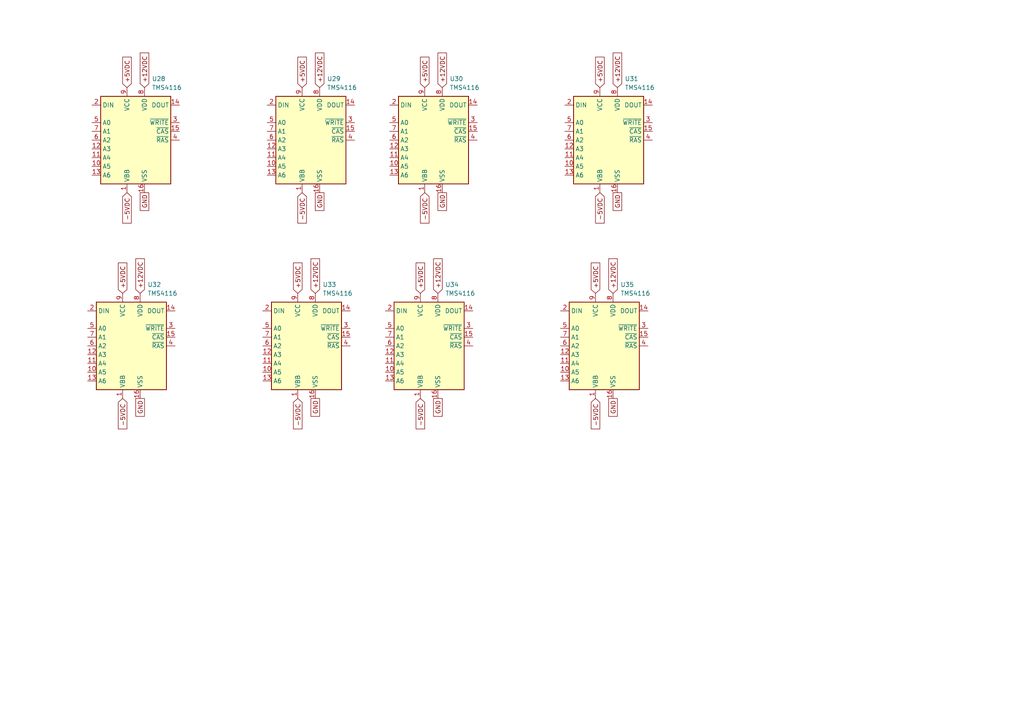
<source format=kicad_sch>
(kicad_sch (version 20250114) (generator "eeschema") (generator_version "9.0")
  (paper "A4")
  (lib_symbols
    (symbol "Memory_RAM:MK4116N"
      (property "Reference" "U" (at -10.16 13.335 0))
      (property "Value" "MK4116N" (at 5.08 13.716 0))
      (symbol "MK4116N_0_0"
        (pin power_in line (at -2.54 15.24 270) (length 2.54) (name "VCC") (number "9"))
        (pin power_in line (at -2.54 -15.24 90) (length 2.54) (name "VBB") (number "1"))
        (pin power_in line (at 2.54 15.24 270) (length 2.54) (name "VDD") (number "8"))
        (pin power_in line (at 2.54 -15.24 90) (length 2.54) (name "VSS") (number "16"))
      )
      (symbol "MK4116N_0_1"
        (rectangle (start -10.16 12.7) (end 10.16 -12.7) (stroke (width 0.254)) (fill (type background)))
      )
      (symbol "MK4116N_1_1"
        (pin input line (at -12.7 10.16 0) (length 2.54) (name "DIN") (number "2"))
        (pin input line (at -12.7 5.08 0) (length 2.54) (name "A0") (number "5"))
        (pin input line (at -12.7 2.54 0) (length 2.54) (name "A1") (number "7"))
        (pin input line (at -12.7 0 0) (length 2.54) (name "A2") (number "6"))
        (pin input line (at -12.7 -2.54 0) (length 2.54) (name "A3") (number "12"))
        (pin input line (at -12.7 -5.08 0) (length 2.54) (name "A4") (number "11"))
        (pin input line (at -12.7 -7.62 0) (length 2.54) (name "A5") (number "10"))
        (pin input line (at -12.7 -10.16 0) (length 2.54) (name "A6") (number "13"))
        (pin tri_state line (at 12.7 10.16 180) (length 2.54) (name "DOUT") (number "14"))
        (pin input line (at 12.7 5.08 180) (length 2.54) (name "~{WRITE}") (number "3"))
        (pin input line (at 12.7 2.54 180) (length 2.54) (name "~{CAS}") (number "15"))
        (pin input line (at 12.7 0 180) (length 2.54) (name "~{RAS}") (number "4"))
      )
    )
  )
  (global_label "-5VDC" (shape input) (at 87.63 55.88 270) (property "Intersheetrefs" "${INTERSHEET_REFS}" (effects (hide yes))))
  (global_label "+5VDC" (shape input) (at 172.72 85.09 90) (property "Intersheetrefs" "${INTERSHEET_REFS}" (effects (hide yes))))
  (global_label "GND" (shape passive) (at 91.44 115.57 270) (property "Intersheetrefs" "${INTERSHEET_REFS}" (effects (hide yes))))
  (global_label "GND" (shape passive) (at 128.27 55.88 270) (property "Intersheetrefs" "${INTERSHEET_REFS}" (effects (hide yes))))
  (global_label "+5VDC" (shape input) (at 87.63 25.4 90) (property "Intersheetrefs" "${INTERSHEET_REFS}" (effects (hide yes))))
  (global_label "-5VDC" (shape input) (at 172.72 115.57 270) (property "Intersheetrefs" "${INTERSHEET_REFS}" (effects (hide yes))))
  (global_label "+12VDC" (shape input) (at 91.44 85.09 90) (property "Intersheetrefs" "${INTERSHEET_REFS}" (effects (hide yes))))
  (global_label "-5VDC" (shape input) (at 36.83 55.88 270) (property "Intersheetrefs" "${INTERSHEET_REFS}" (effects (hide yes))))
  (global_label "+12VDC" (shape input) (at 128.27 25.4 90) (property "Intersheetrefs" "${INTERSHEET_REFS}" (effects (hide yes))))
  (global_label "+12VDC" (shape input) (at 92.71 25.4 90) (property "Intersheetrefs" "${INTERSHEET_REFS}" (effects (hide yes))))
  (global_label "GND" (shape passive) (at 179.07 55.88 270) (property "Intersheetrefs" "${INTERSHEET_REFS}" (effects (hide yes))))
  (global_label "-5VDC" (shape input) (at 86.36 115.57 270) (property "Intersheetrefs" "${INTERSHEET_REFS}" (effects (hide yes))))
  (global_label "GND" (shape passive) (at 127 115.57 270) (property "Intersheetrefs" "${INTERSHEET_REFS}" (effects (hide yes))))
  (global_label "GND" (shape passive) (at 41.91 55.88 270) (property "Intersheetrefs" "${INTERSHEET_REFS}" (effects (hide yes))))
  (global_label "-5VDC" (shape input) (at 173.99 55.88 270) (property "Intersheetrefs" "${INTERSHEET_REFS}" (effects (hide yes))))
  (global_label "-5VDC" (shape input) (at 123.19 55.88 270) (property "Intersheetrefs" "${INTERSHEET_REFS}" (effects (hide yes))))
  (global_label "-5VDC" (shape input) (at 121.92 115.57 270) (property "Intersheetrefs" "${INTERSHEET_REFS}" (effects (hide yes))))
  (global_label "+12VDC" (shape input) (at 179.07 25.4 90) (property "Intersheetrefs" "${INTERSHEET_REFS}" (effects (hide yes))))
  (global_label "+5VDC" (shape input) (at 123.19 25.4 90) (property "Intersheetrefs" "${INTERSHEET_REFS}" (effects (hide yes))))
  (global_label "GND" (shape passive) (at 92.71 55.88 270) (property "Intersheetrefs" "${INTERSHEET_REFS}" (effects (hide yes))))
  (global_label "+12VDC" (shape input) (at 40.64 85.09 90) (property "Intersheetrefs" "${INTERSHEET_REFS}" (effects (hide yes))))
  (global_label "GND" (shape passive) (at 40.64 115.57 270) (property "Intersheetrefs" "${INTERSHEET_REFS}" (effects (hide yes))))
  (global_label "+5VDC" (shape input) (at 36.83 25.4 90) (property "Intersheetrefs" "${INTERSHEET_REFS}" (effects (hide yes))))
  (global_label "+5VDC" (shape input) (at 35.56 85.09 90) (property "Intersheetrefs" "${INTERSHEET_REFS}" (effects (hide yes))))
  (global_label "-5VDC" (shape input) (at 35.56 115.57 270) (property "Intersheetrefs" "${INTERSHEET_REFS}" (effects (hide yes))))
  (global_label "+12VDC" (shape input) (at 177.8 85.09 90) (property "Intersheetrefs" "${INTERSHEET_REFS}" (effects (hide yes))))
  (global_label "+12VDC" (shape input) (at 41.91 25.4 90) (property "Intersheetrefs" "${INTERSHEET_REFS}" (effects (hide yes))))
  (global_label "+5VDC" (shape input) (at 121.92 85.09 90) (property "Intersheetrefs" "${INTERSHEET_REFS}" (effects (hide yes))))
  (global_label "+12VDC" (shape input) (at 127 85.09 90) (property "Intersheetrefs" "${INTERSHEET_REFS}" (effects (hide yes))))
  (global_label "+5VDC" (shape input) (at 86.36 85.09 90) (property "Intersheetrefs" "${INTERSHEET_REFS}" (effects (hide yes))))
  (global_label "GND" (shape passive) (at 177.8 115.57 270) (property "Intersheetrefs" "${INTERSHEET_REFS}" (effects (hide yes))))
  (global_label "+5VDC" (shape input) (at 173.99 25.4 90) (property "Intersheetrefs" "${INTERSHEET_REFS}" (effects (hide yes))))
  (symbol (lib_id "Memory_RAM:MK4116N") (at 38.1 100.33 0) (unit 1)
    (property "Reference" "U32" (at 42.7833 82.55 0) (effects (justify left)))
    (property "Value" "TMS4116" (at 42.7833 85.09 0) (effects (justify left)))
    (property "Footprint" "Package_DIP:DIP-16_W7.62mm_Socket_LongPads" (effects (hide yes)))
    (property "Datasheet" "https://deramp.com/downloads/mfe_archive/050-Component%20Specifications/Mostek/1980_Mostek_Memory_Data_Book_and_Designers_Guide.pdf#page=98" (effects (hide yes)))
    (property "Description" "16384 x 1 bit Dynamic RAM, 150/200/250ns access time, VBB -5V, VCC 5V, VDD 12V, ±10% tolerance on all power supplies, TTL compatible inputs, DIP-16 (Epoxy/Plastic package)" (effects (hide yes)))
  )
  (symbol (lib_id "Memory_RAM:MK4116N") (at 124.46 100.33 0) (unit 1)
    (property "Reference" "U34" (at 129.1433 82.55 0) (effects (justify left)))
    (property "Value" "TMS4116" (at 129.1433 85.09 0) (effects (justify left)))
    (property "Footprint" "Package_DIP:DIP-16_W7.62mm_Socket_LongPads" (effects (hide yes)))
    (property "Datasheet" "https://deramp.com/downloads/mfe_archive/050-Component%20Specifications/Mostek/1980_Mostek_Memory_Data_Book_and_Designers_Guide.pdf#page=98" (effects (hide yes)))
    (property "Description" "16384 x 1 bit Dynamic RAM, 150/200/250ns access time, VBB -5V, VCC 5V, VDD 12V, ±10% tolerance on all power supplies, TTL compatible inputs, DIP-16 (Epoxy/Plastic package)" (effects (hide yes)))
  )
  (symbol (lib_id "Memory_RAM:MK4116N") (at 39.37 40.64 0) (unit 1)
    (property "Reference" "U28" (at 44.0533 22.86 0) (effects (justify left)))
    (property "Value" "TMS4116" (at 44.0533 25.4 0) (effects (justify left)))
    (property "Footprint" "Package_DIP:DIP-16_W7.62mm_Socket_LongPads" (effects (hide yes)))
    (property "Datasheet" "https://deramp.com/downloads/mfe_archive/050-Component%20Specifications/Mostek/1980_Mostek_Memory_Data_Book_and_Designers_Guide.pdf#page=98" (effects (hide yes)))
    (property "Description" "16384 x 1 bit Dynamic RAM, 150/200/250ns access time, VBB -5V, VCC 5V, VDD 12V, ±10% tolerance on all power supplies, TTL compatible inputs, DIP-16 (Epoxy/Plastic package)" (effects (hide yes)))
  )
  (symbol (lib_id "Memory_RAM:MK4116N") (at 175.26 100.33 0) (unit 1)
    (property "Reference" "U35" (at 179.9433 82.55 0) (effects (justify left)))
    (property "Value" "TMS4116" (at 179.9433 85.09 0) (effects (justify left)))
    (property "Footprint" "Package_DIP:DIP-16_W7.62mm_Socket_LongPads" (effects (hide yes)))
    (property "Datasheet" "https://deramp.com/downloads/mfe_archive/050-Component%20Specifications/Mostek/1980_Mostek_Memory_Data_Book_and_Designers_Guide.pdf#page=98" (effects (hide yes)))
    (property "Description" "16384 x 1 bit Dynamic RAM, 150/200/250ns access time, VBB -5V, VCC 5V, VDD 12V, ±10% tolerance on all power supplies, TTL compatible inputs, DIP-16 (Epoxy/Plastic package)" (effects (hide yes)))
  )
  (symbol (lib_id "Memory_RAM:MK4116N") (at 90.17 40.64 0) (unit 1)
    (property "Reference" "U29" (at 94.8533 22.86 0) (effects (justify left)))
    (property "Value" "TMS4116" (at 94.8533 25.4 0) (effects (justify left)))
    (property "Footprint" "Package_DIP:DIP-16_W7.62mm_Socket_LongPads" (effects (hide yes)))
    (property "Datasheet" "https://deramp.com/downloads/mfe_archive/050-Component%20Specifications/Mostek/1980_Mostek_Memory_Data_Book_and_Designers_Guide.pdf#page=98" (effects (hide yes)))
    (property "Description" "16384 x 1 bit Dynamic RAM, 150/200/250ns access time, VBB -5V, VCC 5V, VDD 12V, ±10% tolerance on all power supplies, TTL compatible inputs, DIP-16 (Epoxy/Plastic package)" (effects (hide yes)))
  )
  (symbol (lib_id "Memory_RAM:MK4116N") (at 176.53 40.64 0) (unit 1)
    (property "Reference" "U31" (at 181.2133 22.86 0) (effects (justify left)))
    (property "Value" "TMS4116" (at 181.2133 25.4 0) (effects (justify left)))
    (property "Footprint" "Package_DIP:DIP-16_W7.62mm_Socket_LongPads" (effects (hide yes)))
    (property "Datasheet" "https://deramp.com/downloads/mfe_archive/050-Component%20Specifications/Mostek/1980_Mostek_Memory_Data_Book_and_Designers_Guide.pdf#page=98" (effects (hide yes)))
    (property "Description" "16384 x 1 bit Dynamic RAM, 150/200/250ns access time, VBB -5V, VCC 5V, VDD 12V, ±10% tolerance on all power supplies, TTL compatible inputs, DIP-16 (Epoxy/Plastic package)" (effects (hide yes)))
  )
  (symbol (lib_id "Memory_RAM:MK4116N") (at 125.73 40.64 0) (unit 1)
    (property "Reference" "U30" (at 130.4133 22.86 0) (effects (justify left)))
    (property "Value" "TMS4116" (at 130.4133 25.4 0) (effects (justify left)))
    (property "Footprint" "Package_DIP:DIP-16_W7.62mm_Socket_LongPads" (effects (hide yes)))
    (property "Datasheet" "https://deramp.com/downloads/mfe_archive/050-Component%20Specifications/Mostek/1980_Mostek_Memory_Data_Book_and_Designers_Guide.pdf#page=98" (effects (hide yes)))
    (property "Description" "16384 x 1 bit Dynamic RAM, 150/200/250ns access time, VBB -5V, VCC 5V, VDD 12V, ±10% tolerance on all power supplies, TTL compatible inputs, DIP-16 (Epoxy/Plastic package)" (effects (hide yes)))
  )
  (symbol (lib_id "Memory_RAM:MK4116N") (at 88.9 100.33 0) (unit 1)
    (property "Reference" "U33" (at 93.5833 82.55 0) (effects (justify left)))
    (property "Value" "TMS4116" (at 93.5833 85.09 0) (effects (justify left)))
    (property "Footprint" "Package_DIP:DIP-16_W7.62mm_Socket_LongPads" (effects (hide yes)))
    (property "Datasheet" "https://deramp.com/downloads/mfe_archive/050-Component%20Specifications/Mostek/1980_Mostek_Memory_Data_Book_and_Designers_Guide.pdf#page=98" (effects (hide yes)))
    (property "Description" "16384 x 1 bit Dynamic RAM, 150/200/250ns access time, VBB -5V, VCC 5V, VDD 12V, ±10% tolerance on all power supplies, TTL compatible inputs, DIP-16 (Epoxy/Plastic package)" (effects (hide yes)))
  )
)
</source>
